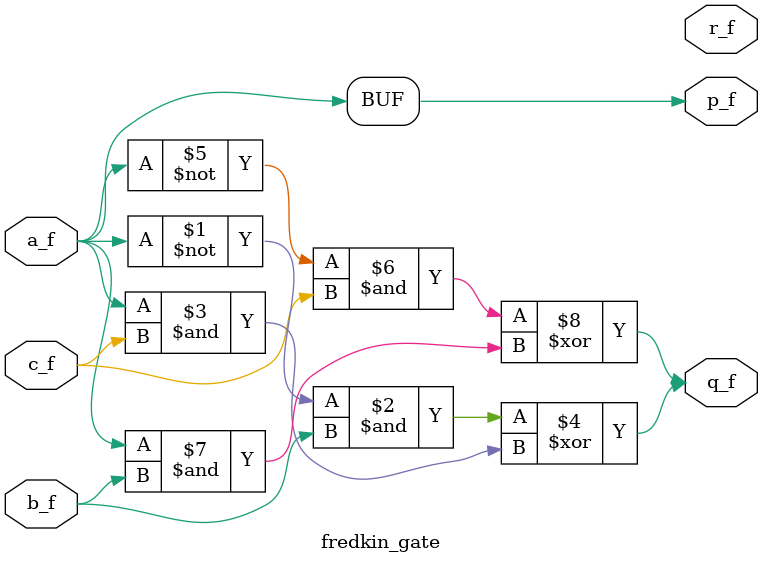
<source format=v>
module fredkin_gate(a_f, b_f, c_f, p_f, q_f, r_f); // controlled swap gate
input a_f, b_f, c_f;
output p_f, q_f, r_f;

assign p_f = a_f;
assign q_f = ((~a_f) & b_f) ^ (a_f & c_f);
assign q_f = ((~a_f) & c_f) ^ (a_f & b_f);

// alternately can be written as
// assign Q = (a_f == 0) ? b_f : c_f;
// assign R = (a_f == 0) ? c_f : b_f;

// P = A
// Q, R depend on A:
// If A = 0, then Q = B, R = C (no swap)
// If A = 1, then Q = C, R = B (swap)
endmodule
</source>
